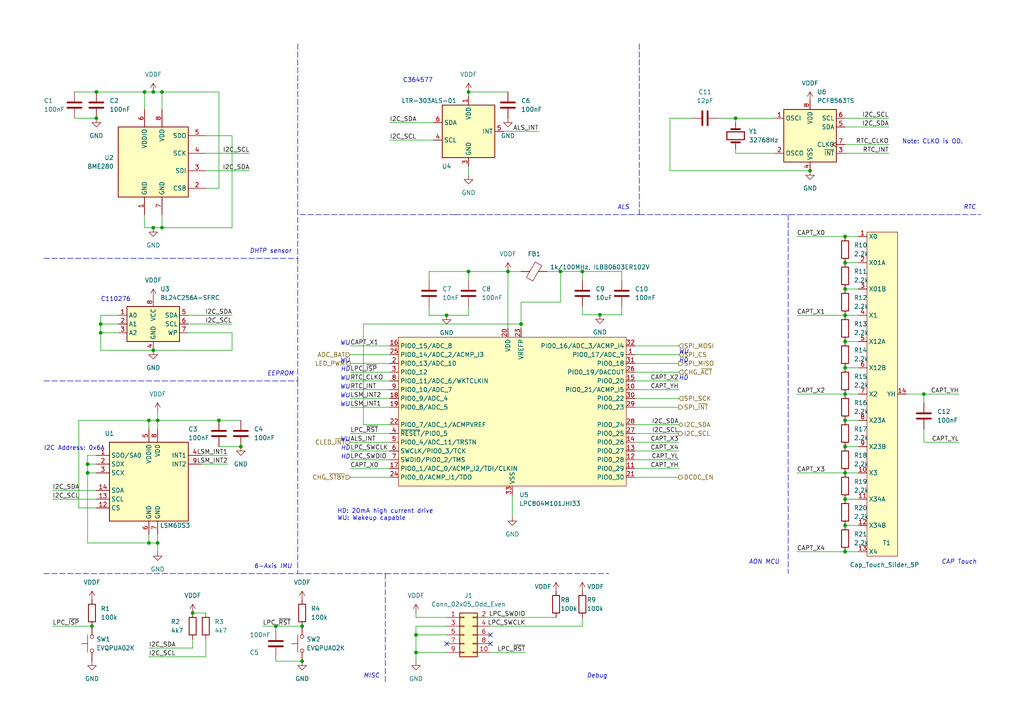
<source format=kicad_sch>
(kicad_sch (version 20211123) (generator eeschema)
  (paper "A4")
  (title_block (title "Home Sensor Tag") (rev "A0") (company "iM.Inc") (comment 1 "PRE-RELEASE"))
  (lib_symbols
    (symbol "Cap_Touch:Cap_Touch_Slider_5P"
      (property "Reference" "T" (at -29.21 -5.08 0))
      (property "Value" "Cap_Touch_Slider_5P" (at 22.86 6.35 0))
      (symbol "Cap_Touch_Slider_5P_0_0"
        (pin passive line (at -45.72 -6.35 90) (length 2.54) (name "X0") (number "1"))
        (pin passive line (at 22.86 -6.35 90) (length 2.54) (name "X3") (number "10"))
        (pin passive line (at 30.48 -6.35 90) (length 2.54) (name "X34A") (number "11"))
        (pin passive line (at 38.1 -6.35 90) (length 2.54) (name "X34B") (number "12"))
        (pin passive line (at 45.72 -6.35 90) (length 2.54) (name "X4") (number "13"))
        (pin passive line (at 0 7.62 270) (length 2.54) (name "YH") (number "14"))
        (pin passive line (at -38.1 -6.35 90) (length 2.54) (name "X01A") (number "2"))
        (pin passive line (at -30.48 -6.35 90) (length 2.54) (name "X01B") (number "3"))
        (pin passive line (at -22.86 -6.35 90) (length 2.54) (name "X1") (number "4"))
        (pin passive line (at -15.24 -6.35 90) (length 2.54) (name "X12A") (number "5"))
        (pin passive line (at -7.62 -6.35 90) (length 2.54) (name "X12B") (number "6"))
        (pin passive line (at 0 -6.35 90) (length 2.54) (name "X2") (number "7"))
        (pin passive line (at 7.62 -6.35 90) (length 2.54) (name "X23A") (number "8"))
        (pin passive line (at 15.24 -6.35 90) (length 2.54) (name "X23B") (number "9"))
      )
      (symbol "Cap_Touch_Slider_5P_0_1"
        (rectangle (start -46.99 5.08) (end 46.99 -3.81) (fill (type background)))
      )
    )
    (symbol "Connector_Generic:Conn_02x05_Odd_Even" (pin_names (offset 1.016) hide)
      (property "Reference" "J" (at 1.27 7.62 0))
      (property "Value" "Conn_02x05_Odd_Even" (at 1.27 -7.62 0))
      (symbol "Conn_02x05_Odd_Even_1_1"
        (rectangle (start -1.27 -4.953) (end 0 -5.207) (stroke (width 0.1524)))
        (rectangle (start -1.27 -2.413) (end 0 -2.667) (stroke (width 0.1524)))
        (rectangle (start -1.27 0.127) (end 0 -0.127) (stroke (width 0.1524)))
        (rectangle (start -1.27 2.667) (end 0 2.413) (stroke (width 0.1524)))
        (rectangle (start -1.27 5.207) (end 0 4.953) (stroke (width 0.1524)))
        (rectangle (start -1.27 6.35) (end 3.81 -6.35) (stroke (width 0.254)) (fill (type background)))
        (rectangle (start 3.81 -4.953) (end 2.54 -5.207) (stroke (width 0.1524)))
        (rectangle (start 3.81 -2.413) (end 2.54 -2.667) (stroke (width 0.1524)))
        (rectangle (start 3.81 0.127) (end 2.54 -0.127) (stroke (width 0.1524)))
        (rectangle (start 3.81 2.667) (end 2.54 2.413) (stroke (width 0.1524)))
        (rectangle (start 3.81 5.207) (end 2.54 4.953) (stroke (width 0.1524)))
        (pin passive line (at -5.08 5.08 0) (length 3.81) (name "Pin_1") (number "1"))
        (pin passive line (at 7.62 -5.08 180) (length 3.81) (name "Pin_10") (number "10"))
        (pin passive line (at 7.62 5.08 180) (length 3.81) (name "Pin_2") (number "2"))
        (pin passive line (at -5.08 2.54 0) (length 3.81) (name "Pin_3") (number "3"))
        (pin passive line (at 7.62 2.54 180) (length 3.81) (name "Pin_4") (number "4"))
        (pin passive line (at -5.08 0 0) (length 3.81) (name "Pin_5") (number "5"))
        (pin passive line (at 7.62 0 180) (length 3.81) (name "Pin_6") (number "6"))
        (pin passive line (at -5.08 -2.54 0) (length 3.81) (name "Pin_7") (number "7"))
        (pin passive line (at 7.62 -2.54 180) (length 3.81) (name "Pin_8") (number "8"))
        (pin passive line (at -5.08 -5.08 0) (length 3.81) (name "Pin_9") (number "9"))
      )
    )
    (symbol "Device:C" (pin_numbers hide) (pin_names (offset 0.254))
      (property "Reference" "C" (at 0.635 2.54 0))
      (property "Value" "C" (at 0.635 -2.54 0))
      (symbol "C_0_1"
        (polyline (pts (xy -2.032 -0.762) (xy 2.032 -0.762)) (stroke (width 0.508)))
        (polyline (pts (xy -2.032 0.762) (xy 2.032 0.762)) (stroke (width 0.508)))
      )
      (symbol "C_1_1"
        (pin passive line (at 0 3.81 270) (length 2.794) (name "~") (number "1"))
        (pin passive line (at 0 -3.81 90) (length 2.794) (name "~") (number "2"))
      )
    )
    (symbol "Device:Crystal" (pin_numbers hide) (pin_names (offset 1.016) hide)
      (property "Reference" "Y" (at 0 3.81 0))
      (property "Value" "Crystal" (at 0 -3.81 0))
      (symbol "Crystal_0_1"
        (rectangle (start -1.143 2.54) (end 1.143 -2.54) (stroke (width 0.3048)))
        (polyline (pts (xy -2.54 0) (xy -1.905 0)))
        (polyline (pts (xy -1.905 -1.27) (xy -1.905 1.27)) (stroke (width 0.508)))
        (polyline (pts (xy 1.905 -1.27) (xy 1.905 1.27)) (stroke (width 0.508)))
        (polyline (pts (xy 2.54 0) (xy 1.905 0)))
      )
      (symbol "Crystal_1_1"
        (pin passive line (at -3.81 0 0) (length 1.27) (name "1") (number "1"))
        (pin passive line (at 3.81 0 180) (length 1.27) (name "2") (number "2"))
      )
    )
    (symbol "Device:FerriteBead" (pin_numbers hide) (pin_names (offset 0))
      (property "Reference" "FB" (at -3.81 0.635 90))
      (property "Value" "FerriteBead" (at 3.81 0 90))
      (symbol "FerriteBead_0_1"
        (polyline (pts (xy 0 -1.27) (xy 0 -1.2192)))
        (polyline (pts (xy 0 1.27) (xy 0 1.2954)))
        (polyline (pts (xy -2.7686 0.4064) (xy -1.7018 2.2606) (xy 2.7686 -0.3048) (xy 1.6764 -2.159) (xy -2.7686 0.4064)))
      )
      (symbol "FerriteBead_1_1"
        (pin passive line (at 0 3.81 270) (length 2.54) (name "~") (number "1"))
        (pin passive line (at 0 -3.81 90) (length 2.54) (name "~") (number "2"))
      )
    )
    (symbol "Device:R" (pin_numbers hide) (pin_names (offset 0))
      (property "Reference" "R" (at 2.032 0 90))
      (property "Value" "R" (at 0 0 90))
      (symbol "R_0_1"
        (rectangle (start -1.016 -2.54) (end 1.016 2.54) (stroke (width 0.254)))
      )
      (symbol "R_1_1"
        (pin passive line (at 0 3.81 270) (length 1.27) (name "~") (number "1"))
        (pin passive line (at 0 -3.81 90) (length 1.27) (name "~") (number "2"))
      )
    )
    (symbol "MCU_NXP_LPC_Local:LPC804M101JHI33"
      (property "Reference" "U" (at -31.75 21.59 0))
      (property "Value" "LPC804M101JHI33" (at 24.13 21.59 0))
      (symbol "LPC804M101JHI33_0_0"
        (pin tri_state line (at 35.56 15.24 180) (length 2.54) (name "PIO0_17/ADC_9") (number "1"))
        (pin tri_state line (at 35.56 5.08 180) (length 2.54) (name "PIO0_21/ACMP_I5") (number "10"))
        (pin tri_state line (at 35.56 -17.78 180) (length 2.54) (name "PIO0_29") (number "11"))
        (pin tri_state line (at 35.56 -15.24 180) (length 2.54) (name "PIO0_28") (number "12"))
        (pin tri_state line (at 35.56 -12.7 180) (length 2.54) (name "PIO0_27") (number "13"))
        (pin tri_state line (at 35.56 -10.16 180) (length 2.54) (name "PIO0_26") (number "14"))
        (pin tri_state line (at 35.56 7.62 180) (length 2.54) (name "PIO0_20") (number "15"))
        (pin tri_state line (at -35.56 17.78 0) (length 2.54) (name "PIO0_15/ADC_8") (number "16"))
        (pin tri_state line (at -35.56 -17.78 0) (length 2.54) (name "PIO0_1/ADC_0/ACMP_I2/TDI/CLKIN") (number "17"))
        (pin tri_state line (at -35.56 2.54 0) (length 2.54) (name "PIO0_9/ADC_4") (number "18"))
        (pin tri_state line (at -35.56 0 0) (length 2.54) (name "PIO0_8/ADC_5") (number "19"))
        (pin tri_state line (at -35.56 12.7 0) (length 2.54) (name "PIO0_13/ADC_10") (number "2"))
        (pin power_in line (at -1.27 22.86 270) (length 2.54) (name "VDD") (number "20"))
        (pin tri_state line (at 35.56 -20.32 180) (length 2.54) (name "PIO0_30") (number "21"))
        (pin tri_state line (at -35.56 -5.08 0) (length 2.54) (name "PIO0_7/ADC_1/ACMPVREF") (number "22"))
        (pin power_in line (at 2.54 22.86 270) (length 2.54) (name "VREFP") (number "23"))
        (pin tri_state line (at -35.56 -20.32 0) (length 2.54) (name "PIO0_0/ACMP_I1/TDO") (number "24"))
        (pin tri_state line (at -35.56 15.24 0) (length 2.54) (name "PIO0_14/ADC_2/ACMP_I3") (number "25"))
        (pin tri_state line (at 35.56 10.16 180) (length 2.54) (name "PIO0_19/DACOUT") (number "26"))
        (pin tri_state line (at 35.56 -7.62 180) (length 2.54) (name "PIO0_25") (number "27"))
        (pin tri_state line (at 35.56 -5.08 180) (length 2.54) (name "PIO0_24") (number "28"))
        (pin tri_state line (at 35.56 0 180) (length 2.54) (name "PIO0_23") (number "29"))
        (pin tri_state line (at -35.56 10.16 0) (length 2.54) (name "PIO0_12") (number "3"))
        (pin tri_state line (at 35.56 2.54 180) (length 2.54) (name "PIO0_22") (number "30"))
        (pin tri_state line (at 35.56 12.7 180) (length 2.54) (name "PIO0_18") (number "31"))
        (pin tri_state line (at 35.56 17.78 180) (length 2.54) (name "PIO0_16/ADC_3/ACMP_I4") (number "32"))
        (pin power_in line (at 0 -25.4 90) (length 2.54) (name "VSS") (number "33"))
        (pin tri_state line (at -35.56 -7.62 0) (length 2.54) (name "~{RESET}/PIO0_5") (number "4"))
        (pin tri_state line (at -35.56 -10.16 0) (length 2.54) (name "PIO0_4/ADC_11/TRSTN") (number "5"))
        (pin tri_state line (at -35.56 -12.7 0) (length 2.54) (name "SWCLK/PIO0_3/TCK") (number "6"))
        (pin tri_state line (at -35.56 -15.24 0) (length 2.54) (name "SWDIO/PIO0_2/TMS") (number "7"))
        (pin tri_state line (at -35.56 7.62 0) (length 2.54) (name "PIO0_11/ADC_6/WKTCLKIN") (number "8"))
        (pin tri_state line (at -35.56 5.08 0) (length 2.54) (name "PIO0_10/ADC_7") (number "9"))
      )
      (symbol "LPC804M101JHI33_0_1"
        (rectangle (start -33.02 20.32) (end 33.02 -22.86) (fill (type background)))
      )
    )
    (symbol "Memory_EEPROM:CAT24C256"
      (property "Reference" "U" (at -6.35 6.35 0))
      (property "Value" "CAT24C256" (at 1.27 6.35 0))
      (symbol "CAT24C256_1_1"
        (rectangle (start -7.62 5.08) (end 7.62 -5.08) (stroke (width 0.254)) (fill (type background)))
        (pin input line (at -10.16 2.54 0) (length 2.54) (name "A0") (number "1"))
        (pin input line (at -10.16 0 0) (length 2.54) (name "A1") (number "2"))
        (pin input line (at -10.16 -2.54 0) (length 2.54) (name "A2") (number "3"))
        (pin power_in line (at 0 -7.62 90) (length 2.54) (name "GND") (number "4"))
        (pin bidirectional line (at 10.16 2.54 180) (length 2.54) (name "SDA") (number "5"))
        (pin input line (at 10.16 0 180) (length 2.54) (name "SCL") (number "6"))
        (pin input line (at 10.16 -2.54 180) (length 2.54) (name "WP") (number "7"))
        (pin power_in line (at 0 7.62 270) (length 2.54) (name "VCC") (number "8"))
      )
    )
    (symbol "Sensor:BME280"
      (property "Reference" "U" (at -8.89 11.43 0))
      (property "Value" "BME280" (at 7.62 11.43 0))
      (symbol "BME280_0_1"
        (rectangle (start -10.16 10.16) (end 10.16 -10.16) (stroke (width 0.254)) (fill (type background)))
      )
      (symbol "BME280_1_1"
        (pin power_in line (at -2.54 -15.24 90) (length 5.08) (name "GND") (number "1"))
        (pin input line (at 15.24 -7.62 180) (length 5.08) (name "CSB") (number "2"))
        (pin bidirectional line (at 15.24 -2.54 180) (length 5.08) (name "SDI") (number "3"))
        (pin input line (at 15.24 2.54 180) (length 5.08) (name "SCK") (number "4"))
        (pin bidirectional line (at 15.24 7.62 180) (length 5.08) (name "SDO") (number "5"))
        (pin power_in line (at -2.54 15.24 270) (length 5.08) (name "VDDIO") (number "6"))
        (pin power_in line (at 2.54 -15.24 90) (length 5.08) (name "GND") (number "7"))
        (pin power_in line (at 2.54 15.24 270) (length 5.08) (name "VDD") (number "8"))
      )
    )
    (symbol "Sensor_Motion:LSM6DS3"
      (property "Reference" "U" (at -11.43 15.24 0))
      (property "Value" "LSM6DS3" (at -11.43 12.7 0))
      (symbol "LSM6DS3_0_1"
        (rectangle (start 11.43 11.43) (end -11.43 -11.43) (stroke (width 0.254)) (fill (type background)))
      )
      (symbol "LSM6DS3_1_1"
        (pin bidirectional line (at -15.24 7.62 0) (length 3.81) (name "SDO/SA0") (number "1"))
        (pin no_connect line (at 10.16 -5.08 180) (length 3.81) hide (name "NC") (number "10"))
        (pin no_connect line (at 10.16 -2.54 180) (length 3.81) hide (name "NC") (number "11"))
        (pin input line (at -15.24 -7.62 0) (length 3.81) (name "CS") (number "12"))
        (pin input line (at -15.24 -5.08 0) (length 3.81) (name "SCL") (number "13"))
        (pin bidirectional line (at -15.24 -2.54 0) (length 3.81) (name "SDA") (number "14"))
        (pin bidirectional line (at -15.24 5.08 0) (length 3.81) (name "SDX") (number "2"))
        (pin input line (at -15.24 2.54 0) (length 3.81) (name "SCX") (number "3"))
        (pin output line (at 15.24 7.62 180) (length 3.81) (name "INT1") (number "4"))
        (pin power_in line (at 0 15.24 270) (length 3.81) (name "VDDIO") (number "5"))
        (pin power_in line (at 0 -15.24 90) (length 3.81) (name "GND") (number "6"))
        (pin power_in line (at 2.54 -15.24 90) (length 3.81) (name "GND") (number "7"))
        (pin power_in line (at 2.54 15.24 270) (length 3.81) (name "VDD") (number "8"))
        (pin output line (at 15.24 5.08 180) (length 3.81) (name "INT2") (number "9"))
      )
    )
    (symbol "Sensor_Optical:LTR-303ALS-01"
      (property "Reference" "U" (at -7.62 8.89 0))
      (property "Value" "LTR-303ALS-01" (at 1.27 8.89 0))
      (symbol "LTR-303ALS-01_0_1"
        (rectangle (start -7.62 7.62) (end 7.62 -7.62) (stroke (width 0.254)) (fill (type background)))
      )
      (symbol "LTR-303ALS-01_1_1"
        (pin power_in line (at 0 10.16 270) (length 2.54) (name "VDD") (number "1"))
        (pin no_connect line (at 2.54 0 180) (length 2.54) hide (name "NC") (number "2"))
        (pin power_in line (at 0 -10.16 90) (length 2.54) (name "GND") (number "3"))
        (pin input line (at -10.16 -2.54 0) (length 2.54) (name "SCL") (number "4"))
        (pin open_collector line (at 10.16 0 180) (length 2.54) (name "INT") (number "5"))
        (pin bidirectional line (at -10.16 2.54 0) (length 2.54) (name "SDA") (number "6"))
      )
    )
    (symbol "Switch:SW_Push" (pin_numbers hide) (pin_names (offset 1.016) hide)
      (property "Reference" "SW" (at 1.27 2.54 0))
      (property "Value" "SW_Push" (at 0 -1.524 0))
      (symbol "SW_Push_0_1"
        (circle (center -2.032 0) (radius 0.508))
        (polyline (pts (xy 0 1.27) (xy 0 3.048)))
        (polyline (pts (xy 2.54 1.27) (xy -2.54 1.27)))
        (circle (center 2.032 0) (radius 0.508))
        (pin passive line (at -5.08 0 0) (length 2.54) (name "1") (number "1"))
        (pin passive line (at 5.08 0 180) (length 2.54) (name "2") (number "2"))
      )
    )
    (symbol "Timer_RTC:PCF8563TS"
      (property "Reference" "U" (at -7.62 8.89 0))
      (property "Value" "PCF8563TS" (at 2.54 8.89 0))
      (symbol "PCF8563TS_0_1"
        (rectangle (start -7.62 7.62) (end 7.62 -7.62) (stroke (width 0.254)) (fill (type background)))
      )
      (symbol "PCF8563TS_1_1"
        (pin input line (at -10.16 5.08 0) (length 2.54) (name "OSCI") (number "1"))
        (pin output line (at -10.16 -5.08 0) (length 2.54) (name "OSCO") (number "2"))
        (pin output line (at 10.16 -5.08 180) (length 2.54) (name "~{INT}") (number "3"))
        (pin power_in line (at 0 -10.16 90) (length 2.54) (name "VSS") (number "4"))
        (pin bidirectional line (at 10.16 2.54 180) (length 2.54) (name "SDA") (number "5"))
        (pin input line (at 10.16 5.08 180) (length 2.54) (name "SCL") (number "6"))
        (pin output clock (at 10.16 -2.54 180) (length 2.54) (name "CLKO") (number "7"))
        (pin power_in line (at 0 10.16 270) (length 2.54) (name "VDD") (number "8"))
      )
    )
    (symbol "power:GND" (power) (pin_names (offset 0))
      (property "Value" "GND" (at 0 -3.81 0))
      (symbol "GND_0_1"
        (polyline (pts (xy 0 0) (xy 0 -1.27) (xy 1.27 -1.27) (xy 0 -2.54) (xy -1.27 -1.27) (xy 0 -1.27)))
      )
      (symbol "GND_1_1"
        (pin power_in line (at 0 0 270) (length 0) hide (name "GND") (number "1"))
      )
    )
    (symbol "power:VDDF" (power) (pin_names (offset 0))
      (property "Value" "VDDF" (at 0 3.81 0))
      (symbol "VDDF_0_1"
        (polyline (pts (xy -0.762 1.27) (xy 0 2.54)))
        (polyline (pts (xy 0 0) (xy 0 2.54)))
        (polyline (pts (xy 0 2.54) (xy 0.762 1.27)))
      )
      (symbol "VDDF_1_1"
        (pin power_in line (at 0 0 90) (length 0) hide (name "VDDF") (number "1"))
      )
    )
  )
  (junction (at 267.97 114.3))
  (junction (at 245.11 68.58))
  (junction (at 80.01 181.61))
  (junction (at 120.65 184.15))
  (junction (at 245.11 152.4))
  (junction (at 27.94 34.29))
  (junction (at 245.11 144.78))
  (junction (at 87.63 181.61))
  (junction (at 135.89 78.74))
  (junction (at 46.99 66.04))
  (junction (at 69.85 129.54))
  (junction (at 213.36 34.29))
  (junction (at 26.67 181.61))
  (junction (at 245.11 129.54))
  (junction (at 245.11 83.82))
  (junction (at 234.95 49.53))
  (junction (at 162.56 78.74))
  (junction (at 44.45 101.6))
  (junction (at 44.45 66.04))
  (junction (at 46.99 26.67))
  (junction (at 245.11 91.44))
  (junction (at 245.11 76.2))
  (junction (at 173.99 91.2961))
  (junction (at 245.11 99.06))
  (junction (at 25.4 134.62))
  (junction (at 55.88 177.8))
  (junction (at 25.4 137.16))
  (junction (at 245.11 114.3))
  (junction (at 29.21 96.52))
  (junction (at 44.45 26.67))
  (junction (at 43.18 157.48))
  (junction (at 87.63 191.77))
  (junction (at 45.72 157.48))
  (junction (at 245.11 106.68))
  (junction (at 151.13 93.98))
  (junction (at 147.32 78.74))
  (junction (at 245.11 160.02))
  (junction (at 41.91 26.67))
  (junction (at 43.18 121.92))
  (junction (at 45.72 121.92))
  (junction (at 27.94 26.67))
  (junction (at 63.5 121.92))
  (junction (at 129.54 91.44))
  (junction (at 245.11 121.92))
  (junction (at 245.11 137.16))
  (junction (at 29.21 93.98))
  (junction (at 168.91 78.74))
  (junction (at 120.65 189.23))
  (junction (at 135.89 26.67))
  (no_connect (at 129.54 186.69))
  (no_connect (at 142.24 186.69))
  (no_connect (at 142.24 184.15))
  (wire (pts (xy 59.69 54.61) (xy 63.5 54.61)))
  (wire (pts (xy 22.86 121.92) (xy 43.18 121.92)))
  (wire (pts (xy 55.88 177.8) (xy 59.69 177.8)))
  (wire (pts (xy 180.34 88.9) (xy 180.34 91.2961)))
  (wire (pts (xy 267.97 114.3) (xy 267.97 116.84)))
  (wire (pts (xy 67.31 66.04) (xy 46.99 66.04)))
  (wire (pts (xy 46.99 31.75) (xy 46.99 26.67)))
  (wire (pts (xy 54.61 91.44) (xy 67.31 91.44)))
  (wire (pts (xy 63.5 54.61) (xy 63.5 26.67)))
  (wire (pts (xy 55.88 187.96) (xy 43.18 187.96)))
  (wire (pts (xy 101.6 128.27) (xy 113.03 128.27)))
  (wire (pts (xy 58.42 132.08) (xy 66.04 132.08)))
  (wire (pts (xy 129.54 91.44) (xy 124.46 91.44)))
  (wire (pts (xy 45.72 121.92) (xy 63.5 121.92)))
  (wire (pts (xy 146.05 38.1) (xy 156.21 38.1)))
  (wire (pts (xy 63.5 129.54) (xy 69.85 129.54)))
  (wire (pts (xy 151.13 93.98) (xy 151.13 95.25)))
  (wire (pts (xy 59.69 44.45) (xy 72.39 44.45)))
  (wire (pts (xy 54.61 96.52) (xy 67.31 96.52)))
  (wire (pts (xy 245.11 76.2) (xy 248.92 76.2)))
  (wire (pts (xy 267.97 124.46) (xy 267.97 128.27)))
  (wire (pts (xy 213.36 34.29) (xy 224.79 34.29)))
  (wire (pts (xy 184.15 102.87) (xy 196.85 102.87)))
  (wire (pts (xy 151.13 78.74) (xy 147.32 78.74)))
  (wire (pts (xy 120.65 177.8) (xy 120.65 179.07)))
  (wire (pts (xy 21.59 26.67) (xy 27.94 26.67)))
  (wire (pts (xy 101.6 113.03) (xy 113.03 113.03)))
  (wire (pts (xy 245.11 129.54) (xy 248.92 129.54)))
  (wire (pts (xy 278.13 114.3) (xy 267.97 114.3)))
  (wire (pts (xy 184.15 118.11) (xy 196.85 118.11)))
  (polyline (pts (xy 12.7 166.37) (xy 86.36 166.37)))
  (wire (pts (xy 101.6 125.73) (xy 113.03 125.73)))
  (wire (pts (xy 168.91 78.74) (xy 168.91 81.28)))
  (wire (pts (xy 245.11 41.91) (xy 257.81 41.91)))
  (wire (pts (xy 101.6 133.35) (xy 113.03 133.35)))
  (wire (pts (xy 180.34 91.2961) (xy 173.99 91.2961)))
  (wire (pts (xy 245.11 121.92) (xy 248.92 121.92)))
  (wire (pts (xy 59.69 49.53) (xy 72.39 49.53)))
  (wire (pts (xy 45.72 157.48) (xy 45.72 160.02)))
  (wire (pts (xy 135.89 26.67) (xy 147.32 26.67)))
  (wire (pts (xy 135.89 91.44) (xy 129.54 91.44)))
  (wire (pts (xy 120.65 181.61) (xy 120.65 184.15)))
  (wire (pts (xy 124.46 91.44) (xy 124.46 88.9)))
  (wire (pts (xy 180.34 78.74) (xy 180.34 81.28)))
  (wire (pts (xy 120.65 184.15) (xy 120.65 189.23)))
  (wire (pts (xy 46.99 62.23) (xy 46.99 66.04)))
  (wire (pts (xy 245.11 34.29) (xy 257.81 34.29)))
  (wire (pts (xy 101.6 110.49) (xy 113.03 110.49)))
  (wire (pts (xy 29.21 93.98) (xy 34.29 93.98)))
  (wire (pts (xy 184.15 130.81) (xy 196.85 130.81)))
  (wire (pts (xy 245.11 83.82) (xy 248.92 83.82)))
  (wire (pts (xy 135.89 78.74) (xy 147.32 78.74)))
  (wire (pts (xy 194.31 49.53) (xy 234.95 49.53)))
  (wire (pts (xy 21.59 34.29) (xy 27.94 34.29)))
  (wire (pts (xy 29.21 96.52) (xy 34.29 96.52)))
  (polyline (pts (xy 185.42 62.23) (xy 284.48 62.23)))
  (wire (pts (xy 125.73 35.56) (xy 113.03 35.56)))
  (wire (pts (xy 101.6 102.87) (xy 113.03 102.87)))
  (wire (pts (xy 67.31 96.52) (xy 67.31 101.6)))
  (wire (pts (xy 101.6 105.41) (xy 113.03 105.41)))
  (wire (pts (xy 22.86 147.32) (xy 22.86 121.92)))
  (wire (pts (xy 113.03 123.19) (xy 105.41 123.19)))
  (wire (pts (xy 142.24 181.61) (xy 168.91 181.61)))
  (polyline (pts (xy 132.08 62.23) (xy 86.36 62.23)))
  (wire (pts (xy 245.11 160.02) (xy 248.92 160.02)))
  (wire (pts (xy 43.18 121.92) (xy 45.72 121.92)))
  (wire (pts (xy 151.13 87.63) (xy 151.13 93.98)))
  (wire (pts (xy 67.31 39.37) (xy 67.31 66.04)))
  (polyline (pts (xy 86.36 166.37) (xy 111.76 166.37)))
  (wire (pts (xy 43.18 190.5) (xy 59.69 190.5)))
  (wire (pts (xy 120.65 189.23) (xy 129.54 189.23)))
  (wire (pts (xy 162.56 87.63) (xy 162.56 78.74)))
  (wire (pts (xy 27.94 142.24) (xy 15.24 142.24)))
  (polyline (pts (xy 111.76 166.37) (xy 111.76 198.12)))
  (polyline (pts (xy 228.6 62.23) (xy 228.6 166.37)))
  (wire (pts (xy 120.65 184.15) (xy 129.54 184.15)))
  (wire (pts (xy 245.11 114.3) (xy 248.92 114.3)))
  (wire (pts (xy 27.94 26.67) (xy 41.91 26.67)))
  (wire (pts (xy 101.6 135.89) (xy 113.03 135.89)))
  (wire (pts (xy 67.31 101.6) (xy 44.45 101.6)))
  (wire (pts (xy 148.59 143.51) (xy 148.59 149.86)))
  (wire (pts (xy 101.6 100.33) (xy 113.03 100.33)))
  (wire (pts (xy 29.21 93.98) (xy 29.21 96.52)))
  (wire (pts (xy 29.21 101.6) (xy 44.45 101.6)))
  (wire (pts (xy 25.4 132.08) (xy 27.94 132.08)))
  (wire (pts (xy 101.6 107.95) (xy 113.03 107.95)))
  (wire (pts (xy 245.11 68.58) (xy 248.92 68.58)))
  (wire (pts (xy 245.11 36.83) (xy 257.81 36.83)))
  (wire (pts (xy 158.75 78.74) (xy 162.56 78.74)))
  (wire (pts (xy 45.72 119.38) (xy 45.72 121.92)))
  (wire (pts (xy 25.4 134.62) (xy 25.4 137.16)))
  (wire (pts (xy 59.69 185.42) (xy 59.69 190.5)))
  (wire (pts (xy 231.14 160.02) (xy 245.11 160.02)))
  (wire (pts (xy 101.6 115.57) (xy 113.03 115.57)))
  (wire (pts (xy 27.94 144.78) (xy 15.24 144.78)))
  (wire (pts (xy 29.21 91.44) (xy 29.21 93.98)))
  (polyline (pts (xy 12.7 110.49) (xy 86.36 110.49)))
  (wire (pts (xy 63.5 121.92) (xy 69.85 121.92)))
  (wire (pts (xy 43.18 157.48) (xy 45.72 157.48)))
  (wire (pts (xy 213.36 44.45) (xy 224.79 44.45)))
  (wire (pts (xy 58.42 134.62) (xy 66.04 134.62)))
  (wire (pts (xy 151.13 87.63) (xy 162.56 87.63)))
  (wire (pts (xy 54.61 93.98) (xy 67.31 93.98)))
  (wire (pts (xy 129.54 181.61) (xy 120.65 181.61)))
  (wire (pts (xy 147.32 78.74) (xy 147.32 95.25)))
  (wire (pts (xy 231.14 68.58) (xy 245.11 68.58)))
  (wire (pts (xy 101.6 138.43) (xy 113.03 138.43)))
  (polyline (pts (xy 86.36 110.49) (xy 86.36 166.37)))
  (polyline (pts (xy 86.36 12.7) (xy 86.36 74.93)))
  (wire (pts (xy 231.14 114.3) (xy 245.11 114.3)))
  (wire (pts (xy 105.41 93.98) (xy 151.13 93.98)))
  (wire (pts (xy 25.4 157.48) (xy 43.18 157.48)))
  (polyline (pts (xy 185.42 12.7) (xy 185.42 62.23)))
  (wire (pts (xy 142.24 179.07) (xy 161.29 179.07)))
  (wire (pts (xy 25.4 137.16) (xy 27.94 137.16)))
  (wire (pts (xy 213.36 43.18) (xy 213.36 44.45)))
  (wire (pts (xy 245.11 99.06) (xy 248.92 99.06)))
  (wire (pts (xy 231.14 91.44) (xy 245.11 91.44)))
  (wire (pts (xy 184.15 113.03) (xy 196.85 113.03)))
  (wire (pts (xy 63.5 26.67) (xy 46.99 26.67)))
  (wire (pts (xy 184.15 105.41) (xy 196.85 105.41)))
  (wire (pts (xy 135.89 26.67) (xy 135.89 27.94)))
  (polyline (pts (xy 86.36 74.93) (xy 86.36 110.49)))
  (wire (pts (xy 196.85 115.57) (xy 184.15 115.57)))
  (wire (pts (xy 59.69 39.37) (xy 67.31 39.37)))
  (wire (pts (xy 55.88 185.42) (xy 55.88 187.96)))
  (wire (pts (xy 29.21 96.52) (xy 29.21 101.6)))
  (wire (pts (xy 245.11 137.16) (xy 248.92 137.16)))
  (polyline (pts (xy 12.7 74.93) (xy 86.36 74.93)))
  (wire (pts (xy 45.72 121.92) (xy 45.72 124.46)))
  (wire (pts (xy 162.56 78.74) (xy 168.91 78.74)))
  (wire (pts (xy 27.94 147.32) (xy 22.86 147.32)))
  (wire (pts (xy 142.24 189.23) (xy 152.4 189.23)))
  (wire (pts (xy 45.72 154.94) (xy 45.72 157.48)))
  (wire (pts (xy 245.11 152.4) (xy 248.92 152.4)))
  (wire (pts (xy 135.89 48.26) (xy 135.89 50.8)))
  (wire (pts (xy 124.46 81.28) (xy 124.46 78.74)))
  (wire (pts (xy 245.11 144.78) (xy 248.92 144.78)))
  (wire (pts (xy 101.6 130.81) (xy 113.03 130.81)))
  (wire (pts (xy 41.91 31.75) (xy 41.91 26.67)))
  (wire (pts (xy 173.99 91.2961) (xy 168.91 91.2961)))
  (wire (pts (xy 184.15 123.19) (xy 196.85 123.19)))
  (wire (pts (xy 80.01 191.77) (xy 87.63 191.77)))
  (polyline (pts (xy 132.08 62.23) (xy 185.42 62.23)))
  (wire (pts (xy 278.13 128.27) (xy 267.97 128.27)))
  (wire (pts (xy 25.4 132.08) (xy 25.4 134.62)))
  (wire (pts (xy 27.94 134.62) (xy 25.4 134.62)))
  (wire (pts (xy 43.18 154.94) (xy 43.18 157.48)))
  (wire (pts (xy 168.91 179.07) (xy 168.91 181.61)))
  (wire (pts (xy 135.89 78.74) (xy 135.89 81.28)))
  (wire (pts (xy 76.2 181.61) (xy 80.01 181.61)))
  (wire (pts (xy 184.15 128.27) (xy 196.85 128.27)))
  (wire (pts (xy 135.89 88.9) (xy 135.89 91.44)))
  (wire (pts (xy 41.91 26.67) (xy 44.45 26.67)))
  (wire (pts (xy 231.14 137.16) (xy 245.11 137.16)))
  (wire (pts (xy 184.15 107.95) (xy 196.85 107.95)))
  (wire (pts (xy 208.28 34.29) (xy 213.36 34.29)))
  (wire (pts (xy 200.66 34.29) (xy 194.31 34.29)))
  (wire (pts (xy 124.46 78.74) (xy 135.89 78.74)))
  (wire (pts (xy 184.15 133.35) (xy 196.85 133.35)))
  (wire (pts (xy 245.11 106.68) (xy 248.92 106.68)))
  (wire (pts (xy 46.99 26.67) (xy 44.45 26.67)))
  (wire (pts (xy 184.15 100.33) (xy 196.85 100.33)))
  (wire (pts (xy 15.24 181.61) (xy 26.67 181.61)))
  (wire (pts (xy 184.15 138.43) (xy 196.85 138.43)))
  (wire (pts (xy 46.99 66.04) (xy 44.45 66.04)))
  (wire (pts (xy 245.11 44.45) (xy 257.81 44.45)))
  (wire (pts (xy 80.01 181.61) (xy 87.63 181.61)))
  (wire (pts (xy 120.65 179.07) (xy 129.54 179.07)))
  (polyline (pts (xy 111.76 166.37) (xy 176.53 166.37)))
  (wire (pts (xy 125.73 40.64) (xy 113.03 40.64)))
  (wire (pts (xy 262.89 114.3) (xy 267.97 114.3)))
  (wire (pts (xy 168.91 91.2961) (xy 168.91 88.9)))
  (wire (pts (xy 41.91 66.04) (xy 44.45 66.04)))
  (wire (pts (xy 194.31 34.29) (xy 194.31 49.53)))
  (wire (pts (xy 80.01 181.61) (xy 80.01 182.88)))
  (wire (pts (xy 184.15 135.89) (xy 196.85 135.89)))
  (wire (pts (xy 25.4 137.16) (xy 25.4 157.48)))
  (wire (pts (xy 101.6 118.11) (xy 113.03 118.11)))
  (wire (pts (xy 184.15 125.73) (xy 196.85 125.73)))
  (wire (pts (xy 213.36 35.56) (xy 213.36 34.29)))
  (wire (pts (xy 41.91 62.23) (xy 41.91 66.04)))
  (wire (pts (xy 184.15 110.49) (xy 196.85 110.49)))
  (wire (pts (xy 245.11 91.44) (xy 248.92 91.44)))
  (wire (pts (xy 34.29 91.44) (xy 29.21 91.44)))
  (wire (pts (xy 105.41 93.98) (xy 105.41 123.19)))
  (wire (pts (xy 43.18 124.46) (xy 43.18 121.92)))
  (wire (pts (xy 80.01 190.5) (xy 80.01 191.77)))
  (wire (pts (xy 168.91 78.74) (xy 180.34 78.74)))
  (wire (pts (xy 120.65 189.23) (xy 120.65 191.77)))
  (text "WU" (at 101.6 115.57 180) (effects (font (size 1.27 1.27) italic) (justify right bottom)))
  (text "WU" (at 196.85 102.87 0) (effects (font (size 1.27 1.27) italic) (justify left bottom)))
  (text "6-Axis IMU" (at 73.66 165.1 0) (effects (font (size 1.27 1.27) italic) (justify left bottom)))
  (text "HD" (at 196.85 105.41 0) (effects (font (size 1.27 1.27) italic) (justify left bottom)))
  (text "AON MCU" (at 217.17 163.83 0) (effects (font (size 1.27 1.27) italic) (justify left bottom)))
  (text "RTC" (at 279.4 60.96 0) (effects (font (size 1.27 1.27) italic) (justify left bottom)))
  (text "CAP Touch" (at 273.05 163.83 0) (effects (font (size 1.27 1.27) italic) (justify left bottom)))
  (text "I2C Address: 0x6A" (at 12.7 130.81 0) (effects (font (size 1.27 1.27)) (justify left bottom)))
  (text "HD" (at 101.6 133.35 180) (effects (font (size 1.27 1.27) italic) (justify right bottom)))
  (text "WU" (at 101.6 113.03 180) (effects (font (size 1.27 1.27) italic) (justify right bottom)))
  (text "HD" (at 196.85 110.49 0) (effects (font (size 1.27 1.27) italic) (justify left bottom)))
  (text "DHTP sensor" (at 72.39 73.66 0) (effects (font (size 1.27 1.27) italic) (justify left bottom)))
  (text "WU" (at 101.6 105.41 180) (effects (font (size 1.27 1.27) italic) (justify right bottom)))
  (text "C110276" (at 29.21 87.63 0) (effects (font (size 1.27 1.27)) (justify left bottom)))
  (text "WU" (at 101.6 100.33 180) (effects (font (size 1.27 1.27) italic) (justify right bottom)))
  (text "WU" (at 101.6 110.49 180) (effects (font (size 1.27 1.27) italic) (justify right bottom)))
  (text "WU" (at 101.6 128.27 180) (effects (font (size 1.27 1.27) italic) (justify right bottom)))
  (text "EEPROM" (at 77.47 109.22 0) (effects (font (size 1.27 1.27) italic) (justify left bottom)))
  (text "WU" (at 101.6 118.11 180) (effects (font (size 1.27 1.27) italic) (justify right bottom)))
  (text "Note: CLKO is OD." (at 261.62 41.91 0) (effects (font (size 1.27 1.27)) (justify left bottom)))
  (text "HD" (at 101.6 107.95 180) (effects (font (size 1.27 1.27) italic) (justify right bottom)))
  (text "ALS" (at 179.07 60.96 0) (effects (font (size 1.27 1.27) italic) (justify left bottom)))
  (text "C364577" (at 116.84 24.13 0) (effects (font (size 1.27 1.27)) (justify left bottom)))
  (text "MISC" (at 105.41 196.85 0) (effects (font (size 1.27 1.27) italic) (justify left bottom)))
  (text "Debug" (at 170.18 196.85 0) (effects (font (size 1.27 1.27) italic) (justify left bottom)))
  (text "HD: 20mA high current drive\nWU: Wakeup capable" (at 97.79 151.13 0) (effects (font (size 1.27 1.27)) (justify left bottom)))
  (text "HD" (at 101.6 130.81 180) (effects (font (size 1.27 1.27) italic) (justify right bottom)))
  (label "CAPT_X3" (at 196.85 128.27 180))
  (label "I2C_SCL" (at 43.18 190.5 0))
  (label "CAPT_YH" (at 196.85 135.89 180))
  (label "CAPT_X1" (at 101.6 100.33 0))
  (label "CAPT_YL" (at 196.85 133.35 180))
  (label "ALS_INT" (at 101.6 128.27 0))
  (label "I2C_SCL" (at 67.31 93.98 180))
  (label "LPC_SWDIO" (at 152.4 179.07 180))
  (label "LPC_~{RST}" (at 76.2 181.61 0))
  (label "CAPT_X2" (at 196.85 110.49 180))
  (label "CAPT_YH" (at 196.85 113.03 180))
  (label "LPC_SWCLK" (at 101.6 130.81 0))
  (label "I2C_SCL" (at 113.03 40.64 0))
  (label "I2C_SCL" (at 257.81 34.29 180))
  (label "I2C_SDA" (at 113.03 35.56 0))
  (label "I2C_SCL" (at 72.39 44.45 180))
  (label "I2C_SDA" (at 257.81 36.83 180))
  (label "LPC_~{ISP}" (at 101.6 107.95 0))
  (label "I2C_SCL" (at 196.85 125.73 180))
  (label "LPC_~{ISP}" (at 15.24 181.61 0))
  (label "I2C_SDA" (at 67.31 91.44 180))
  (label "I2C_SDA" (at 72.39 49.53 180))
  (label "CAPT_X3" (at 231.14 137.16 0))
  (label "CAPT_X1" (at 231.14 91.44 0))
  (label "CAPT_X4" (at 231.14 160.02 0))
  (label "LSM_INT1" (at 101.6 118.11 0))
  (label "I2C_SDA" (at 15.24 142.24 0))
  (label "I2C_SDA" (at 43.18 187.96 0))
  (label "LPC_SWCLK" (at 152.4 181.61 180))
  (label "LSM_INT1" (at 66.04 132.08 180))
  (label "LSM_INT2" (at 101.6 115.57 0))
  (label "CAPT_X0" (at 101.6 135.89 0))
  (label "LPC_~{RST}" (at 152.4 189.23 180))
  (label "RTC_CLKO" (at 257.81 41.91 180))
  (label "LSM_INT2" (at 66.04 134.62 180))
  (label "CAPT_YH" (at 278.13 114.3 180))
  (label "CAPT_X0" (at 231.14 68.58 0))
  (label "I2C_SDA" (at 196.85 123.19 180))
  (label "LPC_~{RST}" (at 101.6 125.73 0))
  (label "RTC_INT" (at 101.6 113.03 0))
  (label "ALS_INT" (at 156.21 38.1 180))
  (label "CAPT_YL" (at 278.13 128.27 180))
  (label "CAPT_X2" (at 231.14 114.3 0))
  (label "I2C_SCL" (at 15.24 144.78 0))
  (label "RTC_CLKO" (at 101.6 110.49 0))
  (label "CAPT_X4" (at 196.85 130.81 180))
  (label "LPC_SWDIO" (at 101.6 133.35 0))
  (label "RTC_INT" (at 257.81 44.45 180))
  (hierarchical_label "SPI_SCK" (shape input) (at 196.85 115.57 0))
  (hierarchical_label "SPI_MOSI" (shape input) (at 196.85 100.33 0))
  (hierarchical_label "I2C_SDA" (shape tri_state) (at 196.85 123.19 0))
  (hierarchical_label "SPI_CS" (shape input) (at 196.85 102.87 0))
  (hierarchical_label "SPI_~{INT}" (shape output) (at 196.85 118.11 0))
  (hierarchical_label "CLED_~{INT}" (shape input) (at 101.6 128.27 180))
  (hierarchical_label "CHG_~{ACT}" (shape input) (at 196.85 107.95 0))
  (hierarchical_label "LED_PWM" (shape output) (at 101.6 105.41 180))
  (hierarchical_label "ADC_BAT" (shape input) (at 101.6 102.87 180))
  (hierarchical_label "SPI_MISO" (shape output) (at 196.85 105.41 0))
  (hierarchical_label "CHG_~{STBY}" (shape input) (at 101.6 138.43 180))
  (hierarchical_label "I2C_SCL" (shape output) (at 196.85 125.73 0))
  (hierarchical_label "DCDC_EN" (shape output) (at 196.85 138.43 0))
  (symbol (lib_id "power:VDDF") (at 55.88 177.8 0) (unit 1)
    (property "Reference" "#PWR0117" (effects hide))
    (property "Value" "VDDF" (at 55.88 172.72 0))
  )
  (symbol (lib_id "Sensor_Motion:LSM6DS3") (at 43.18 139.7 0) (unit 1)
    (property "Reference" "U1" (at 31.75 125.73 0))
    (property "Value" "LSM6DS3" (at 50.8 152.4 0))
    (property "Footprint" "Package_LGA:LGA-14_3x2.5mm_P0.5mm_LayoutBorder3x4y" (effects hide))
    (property "Datasheet" "www.st.com/resource/en/datasheet/lsm6ds3.pdf" (effects hide))
  )
  (symbol (lib_id "Device:C") (at 124.46 85.09 0) (unit 1)
    (property "Reference" "C7" (at 128.27 83.8199 0) (effects (justify left)))
    (property "Value" "10nF" (at 128.27 86.3599 0) (effects (justify left)))
    (property "Footprint" "Capacitor_SMD:C_0402_1005Metric" (effects hide))
  )
  (symbol (lib_id "Device:FerriteBead") (at 154.94 78.74 90) (unit 1)
    (property "Reference" "FB1" (at 154.94 73.66 90))
    (property "Value" "1k/100MHz, ILBB0603ER102V" (at 173.99 77.47 90))
    (property "Footprint" "Inductor_SMD:L_0603_1608Metric" (effects hide))
  )
  (symbol (lib_id "Device:R") (at 55.88 181.61 0) (unit 1)
    (property "Reference" "R2" (at 49.53 180.34 0) (effects (justify left)))
    (property "Value" "4k7" (at 49.53 182.88 0) (effects (justify left)))
    (property "Footprint" "Resistor_SMD:R_0402_1005Metric" (effects hide))
  )
  (symbol (lib_id "Device:R") (at 245.11 133.35 0) (unit 1)
    (property "Reference" "R18" (at 247.65 132.0799 0) (effects (justify left)))
    (property "Value" "2.2k" (at 247.65 134.6199 0) (effects (justify left)))
    (property "Footprint" "Resistor_SMD:R_0402_1005Metric" (effects hide))
  )
  (symbol (lib_id "power:GND") (at 148.59 149.86 0) (unit 1)
    (property "Reference" "#PWR0113" (effects hide))
    (property "Value" "GND" (at 148.59 154.94 0))
  )
  (symbol (lib_id "power:VDDF") (at 147.32 78.74 0) (unit 1)
    (property "Reference" "#PWR0112" (effects hide))
    (property "Value" "VDDF" (at 147.32 73.66 0))
  )
  (symbol (lib_id "Device:R") (at 245.11 72.39 0) (unit 1)
    (property "Reference" "R10" (at 247.65 71.12 0) (effects (justify left)))
    (property "Value" "2.2k" (at 247.65 73.6599 0) (effects (justify left)))
    (property "Footprint" "Resistor_SMD:R_0402_1005Metric" (effects hide))
  )
  (symbol (lib_id "Sensor_Optical:LTR-303ALS-01") (at 135.89 38.1 0) (unit 1)
    (property "Reference" "U4" (at 129.54 48.26 0))
    (property "Value" "LTR-303ALS-01" (at 124.46 29.21 0))
    (property "Footprint" "OptoDevice:Lite-On_LTR-303ALS-01" (effects hide))
    (property "Datasheet" "http://optoelectronics.liteon.com/upload/download/DS86-2013-0004/LTR-303ALS-01_DS_V1.pdf" (effects hide))
  )
  (symbol (lib_id "power:GND") (at 69.85 129.54 0) (unit 1)
    (property "Reference" "#PWR0118" (effects hide))
    (property "Value" "GND" (at 69.85 134.62 0))
  )
  (symbol (lib_id "Device:C") (at 147.32 30.48 0) (unit 1)
    (property "Reference" "C6" (at 151.13 29.2099 0) (effects (justify left)))
    (property "Value" "100nF" (at 151.13 31.7499 0) (effects (justify left)))
    (property "Footprint" "Capacitor_SMD:C_0402_1005Metric" (effects hide))
  )
  (symbol (lib_id "Device:Crystal") (at 213.36 39.37 90) (unit 1)
    (property "Reference" "Y1" (at 217.17 38.0999 90) (effects (justify right)))
    (property "Value" "32768Hz" (at 217.17 40.6399 90) (effects (justify right)))
    (property "Footprint" "Crystal:Crystal_SMD_MicroCrystal_CM9V-T1A-2Pin_1.6x1.0mm" (effects hide))
  )
  (symbol (lib_id "power:GND") (at 129.54 91.44 0) (unit 1)
    (property "Reference" "#PWR0137" (effects hide))
    (property "Value" "GND" (at 129.54 96.52 0))
  )
  (symbol (lib_id "Device:R") (at 168.91 175.26 0) (unit 1)
    (property "Reference" "R9" (at 170.18 173.99 0) (effects (justify left)))
    (property "Value" "100k" (at 170.18 176.53 0) (effects (justify left)))
    (property "Footprint" "Resistor_SMD:R_0402_1005Metric" (effects hide))
  )
  (symbol (lib_id "Device:C") (at 135.89 85.09 0) (unit 1)
    (property "Reference" "C8" (at 139.7 83.8199 0) (effects (justify left)))
    (property "Value" "100nF" (at 139.7 86.3599 0) (effects (justify left)))
    (property "Footprint" "Capacitor_SMD:C_0402_1005Metric" (effects hide))
  )
  (symbol (lib_id "Device:C") (at 267.97 120.65 0) (mirror y) (unit 1)
    (property "Reference" "C12" (at 271.78 119.3799 0) (effects (justify right)))
    (property "Value" "100nF" (at 271.78 121.9199 0) (effects (justify right)))
    (property "Footprint" "Capacitor_SMD:C_0402_1005Metric" (effects hide))
  )
  (symbol (lib_id "power:VDDF") (at 234.95 29.21 0) (unit 1)
    (property "Reference" "#PWR0140" (effects hide))
    (property "Value" "VDDF" (at 234.95 24.13 0))
  )
  (symbol (lib_id "Device:R") (at 245.11 140.97 0) (unit 1)
    (property "Reference" "R19" (at 247.65 139.6999 0) (effects (justify left)))
    (property "Value" "2.2k" (at 247.65 142.2399 0) (effects (justify left)))
    (property "Footprint" "Resistor_SMD:R_0402_1005Metric" (effects hide))
  )
  (symbol (lib_id "Device:R") (at 245.11 156.21 0) (unit 1)
    (property "Reference" "R21" (at 247.65 154.9399 0) (effects (justify left)))
    (property "Value" "2.2k" (at 247.65 157.4799 0) (effects (justify left)))
    (property "Footprint" "Resistor_SMD:R_0402_1005Metric" (effects hide))
  )
  (symbol (lib_id "Switch:SW_Push") (at 87.63 186.69 90) (unit 1)
    (property "Reference" "SW2" (at 88.9 185.4199 90) (effects (justify right)))
    (property "Value" "EVQPUA02K" (at 88.9 187.9599 90) (effects (justify right)))
    (property "Footprint" "Button_Switch_SMD:Panasonic_EVQPUJ_EVQPUA" (effects hide))
  )
  (symbol (lib_id "power:GND") (at 45.72 160.02 0) (unit 1)
    (property "Reference" "#PWR0120" (effects hide))
    (property "Value" "GND" (at 45.72 165.1 0))
  )
  (symbol (lib_id "Device:C") (at 63.5 125.73 0) (unit 1)
    (property "Reference" "C3" (at 54.61 124.46 0) (effects (justify left)))
    (property "Value" "100nF" (at 54.61 127 0) (effects (justify left)))
    (property "Footprint" "Capacitor_SMD:C_0402_1005Metric" (effects hide))
  )
  (symbol (lib_id "Device:R") (at 87.63 177.8 0) (unit 1)
    (property "Reference" "R4" (at 90.17 176.5299 0) (effects (justify left)))
    (property "Value" "100k" (at 90.17 179.0699 0) (effects (justify left)))
    (property "Footprint" "Resistor_SMD:R_0402_1005Metric" (effects hide))
  )
  (symbol (lib_id "Memory_EEPROM:CAT24C256") (at 44.45 93.98 0) (unit 1)
    (property "Reference" "U3" (at 46.4694 83.82 0) (effects (justify left)))
    (property "Value" "BL24C256A-SFRC" (at 46.4694 86.36 0) (effects (justify left)))
    (property "Footprint" "Package_SO:MSOP-8_3x3mm_P0.65mm" (effects hide))
    (property "Datasheet" "https://www.onsemi.cn/PowerSolutions/document/CAT24C256-D.PDF" (effects hide))
  )
  (symbol (lib_id "power:GND") (at 87.63 191.77 0) (unit 1)
    (property "Reference" "#PWR0102" (effects hide))
    (property "Value" "GND" (at 87.63 196.85 0))
  )
  (symbol (lib_id "Device:R") (at 59.69 181.61 0) (unit 1)
    (property "Reference" "R3" (at 62.23 180.3399 0) (effects (justify left)))
    (property "Value" "4k7" (at 62.23 182.8799 0) (effects (justify left)))
    (property "Footprint" "Resistor_SMD:R_0402_1005Metric" (effects hide))
  )
  (symbol (lib_id "Device:R") (at 245.11 148.59 0) (unit 1)
    (property "Reference" "R20" (at 247.65 147.3199 0) (effects (justify left)))
    (property "Value" "2.2k" (at 247.65 149.8599 0) (effects (justify left)))
    (property "Footprint" "Resistor_SMD:R_0402_1005Metric" (effects hide))
  )
  (symbol (lib_id "power:VDDF") (at 161.29 171.45 0) (unit 1)
    (property "Reference" "#PWR0111" (effects hide))
    (property "Value" "VDDF" (at 157.48 170.18 0))
  )
  (symbol (lib_id "power:VDDF") (at 44.45 86.36 0) (unit 1)
    (property "Reference" "#PWR0108" (effects hide))
    (property "Value" "VDDF" (at 44.45 81.28 0))
  )
  (symbol (lib_id "power:GND") (at 27.94 34.29 0) (unit 1)
    (property "Reference" "#PWR0109" (effects hide))
    (property "Value" "GND" (at 27.94 39.37 0))
  )
  (symbol (lib_id "Device:C") (at 69.85 125.73 0) (unit 1)
    (property "Reference" "C4" (at 73.66 124.4599 0) (effects (justify left)))
    (property "Value" "100nF" (at 73.66 126.9999 0) (effects (justify left)))
    (property "Footprint" "Capacitor_SMD:C_0402_1005Metric" (effects hide))
  )
  (symbol (lib_id "power:GND") (at 120.65 191.77 0) (unit 1)
    (property "Reference" "#PWR0103" (effects hide))
    (property "Value" "GND" (at 120.65 196.85 0))
  )
  (symbol (lib_id "Device:R") (at 245.11 118.11 0) (unit 1)
    (property "Reference" "R16" (at 247.65 116.8399 0) (effects (justify left)))
    (property "Value" "2.2k" (at 247.65 119.3799 0) (effects (justify left)))
    (property "Footprint" "Resistor_SMD:R_0402_1005Metric" (effects hide))
  )
  (symbol (lib_id "Device:R") (at 245.11 80.01 180) (unit 1)
    (property "Reference" "R11" (at 247.65 78.7399 0) (effects (justify right)))
    (property "Value" "2.2k" (at 247.65 81.2799 0) (effects (justify right)))
    (property "Footprint" "Resistor_SMD:R_0402_1005Metric" (effects hide))
  )
  (symbol (lib_id "power:GND") (at 44.45 101.6 0) (unit 1)
    (property "Reference" "#PWR0107" (effects hide))
    (property "Value" "GND" (at 44.45 106.68 0))
  )
  (symbol (lib_id "power:GND") (at 44.45 66.04 0) (unit 1)
    (property "Reference" "#PWR0106" (effects hide))
    (property "Value" "GND" (at 44.45 71.12 0))
  )
  (symbol (lib_id "Cap_Touch:Cap_Touch_Slider_5P") (at 255.27 114.3 270) (unit 1)
    (property "Reference" "T1" (at 257.175 157.48 90))
    (property "Value" "Cap_Touch_Slider_5P" (at 256.54 163.83 90))
    (property "Footprint" "Touch_Sensor:CapTouch_Mutual_5X_Slider" (effects hide))
  )
  (symbol (lib_id "Device:R") (at 245.11 110.49 0) (unit 1)
    (property "Reference" "R15" (at 247.65 109.2199 0) (effects (justify left)))
    (property "Value" "2.2k" (at 247.65 111.7599 0) (effects (justify left)))
    (property "Footprint" "Resistor_SMD:R_0402_1005Metric" (effects hide))
  )
  (symbol (lib_id "Device:R") (at 245.11 95.25 0) (unit 1)
    (property "Reference" "R13" (at 247.65 93.9799 0) (effects (justify left)))
    (property "Value" "2.2k" (at 247.65 96.5199 0) (effects (justify left)))
    (property "Footprint" "Resistor_SMD:R_0402_1005Metric" (effects hide))
  )
  (symbol (lib_id "power:VDDF") (at 135.89 26.67 0) (unit 1)
    (property "Reference" "#PWR0136" (effects hide))
    (property "Value" "VDDF" (at 135.89 21.59 0))
  )
  (symbol (lib_id "Device:R") (at 245.11 87.63 180) (unit 1)
    (property "Reference" "R12" (at 247.65 86.3599 0) (effects (justify right)))
    (property "Value" "2.2k" (at 247.65 88.8999 0) (effects (justify right)))
    (property "Footprint" "Resistor_SMD:R_0402_1005Metric" (effects hide))
  )
  (symbol (lib_id "Device:C") (at 204.47 34.29 90) (unit 1)
    (property "Reference" "C11" (at 204.47 26.67 90))
    (property "Value" "12pF" (at 204.47 29.21 90))
    (property "Footprint" "Capacitor_SMD:C_0402_1005Metric" (effects hide))
  )
  (symbol (lib_id "power:GND") (at 147.32 34.29 0) (unit 1)
    (property "Reference" "#PWR0114" (effects hide))
    (property "Value" "GND" (at 147.32 39.37 0))
  )
  (symbol (lib_id "Device:C") (at 21.59 30.48 0) (unit 1)
    (property "Reference" "C1" (at 12.7 29.21 0) (effects (justify left)))
    (property "Value" "100nF" (at 12.7 31.75 0) (effects (justify left)))
    (property "Footprint" "Capacitor_SMD:C_0402_1005Metric" (effects hide))
  )
  (symbol (lib_id "power:VDDF") (at 168.91 171.45 0) (unit 1)
    (property "Reference" "#PWR0105" (effects hide))
    (property "Value" "VDDF" (at 172.72 170.18 0))
  )
  (symbol (lib_id "Device:C") (at 180.34 85.09 0) (unit 1)
    (property "Reference" "C10" (at 184.15 83.8199 0) (effects (justify left)))
    (property "Value" "100nF" (at 184.15 86.3599 0) (effects (justify left)))
    (property "Footprint" "Capacitor_SMD:C_0402_1005Metric" (effects hide))
  )
  (symbol (lib_id "Switch:SW_Push") (at 26.67 186.69 90) (unit 1)
    (property "Reference" "SW1" (at 27.94 185.4199 90) (effects (justify right)))
    (property "Value" "EVQPUA02K" (at 27.94 187.9599 90) (effects (justify right)))
    (property "Footprint" "Button_Switch_SMD:Panasonic_EVQPUJ_EVQPUA" (effects hide))
  )
  (symbol (lib_id "Device:C") (at 80.01 186.69 0) (unit 1)
    (property "Reference" "C5" (at 72.39 189.23 0) (effects (justify left)))
    (property "Value" "100nF" (at 72.39 184.15 0) (effects (justify left)))
    (property "Footprint" "Capacitor_SMD:C_0402_1005Metric" (effects hide))
  )
  (symbol (lib_id "MCU_NXP_LPC_Local:LPC804M101JHI33") (at 148.59 118.11 0) (unit 1)
    (property "Reference" "U5" (at 150.6094 143.51 0) (effects (justify left)))
    (property "Value" "LPC804M101JHI33" (at 150.6094 146.05 0) (effects (justify left)))
    (property "Footprint" "Package_DFN_QFN:VQFN-32-1EP_5x5mm_P0.5mm_EP3.5x3.5mm_ThermalVias" (effects hide))
    (property "Datasheet" "https://www.nxp.com/docs/en/nxp/data-sheets/LPC804_DS.pdf" (effects hide))
  )
  (symbol (lib_id "power:VDDF") (at 44.45 26.67 0) (unit 1)
    (property "Reference" "#PWR0110" (effects hide))
    (property "Value" "VDDF" (at 44.45 21.59 0))
  )
  (symbol (lib_id "power:GND") (at 234.95 49.53 0) (unit 1)
    (property "Reference" "#PWR0139" (effects hide))
    (property "Value" "GND" (at 234.95 54.61 0))
  )
  (symbol (lib_id "Device:R") (at 245.11 102.87 0) (unit 1)
    (property "Reference" "R14" (at 247.65 101.5999 0) (effects (justify left)))
    (property "Value" "2.2k" (at 247.65 104.1399 0) (effects (justify left)))
    (property "Footprint" "Resistor_SMD:R_0402_1005Metric" (effects hide))
  )
  (symbol (lib_id "power:GND") (at 26.67 191.77 0) (unit 1)
    (property "Reference" "#PWR0115" (effects hide))
    (property "Value" "GND" (at 26.67 196.85 0))
  )
  (symbol (lib_id "Device:R") (at 26.67 177.8 0) (unit 1)
    (property "Reference" "R1" (at 29.21 176.5299 0) (effects (justify left)))
    (property "Value" "100k" (at 29.21 179.0699 0) (effects (justify left)))
    (property "Footprint" "Resistor_SMD:R_0402_1005Metric" (effects hide))
  )
  (symbol (lib_id "Connector_Generic:Conn_02x05_Odd_Even") (at 134.62 184.15 0) (unit 1)
    (property "Reference" "J1" (at 135.89 172.72 0))
    (property "Value" "Conn_02x05_Odd_Even" (at 135.89 175.26 0))
    (property "Footprint" "Connector_PinHeader_1.27mm:PinHeader_2x05_P1.27mm_Vertical_SMD" (effects hide))
  )
  (symbol (lib_id "power:GND") (at 173.99 91.2961 0) (unit 1)
    (property "Reference" "#PWR0138" (effects hide))
    (property "Value" "GND" (at 173.99 96.3761 0))
  )
  (symbol (lib_id "Device:C") (at 27.94 30.48 0) (unit 1)
    (property "Reference" "C2" (at 31.75 29.2099 0) (effects (justify left)))
    (property "Value" "100nF" (at 31.75 31.7499 0) (effects (justify left)))
    (property "Footprint" "Capacitor_SMD:C_0402_1005Metric" (effects hide))
  )
  (symbol (lib_id "power:VDDF") (at 120.65 177.8 0) (unit 1)
    (property "Reference" "#PWR0104" (effects hide))
    (property "Value" "VDDF" (at 120.65 172.72 0))
  )
  (symbol (lib_id "Sensor:BME280") (at 44.45 46.99 0) (unit 1)
    (property "Reference" "U2" (at 33.02 45.7199 0) (effects (justify right)))
    (property "Value" "BME280" (at 33.02 48.2599 0) (effects (justify right)))
    (property "Footprint" "Package_LGA:Bosch_LGA-8_2.5x2.5mm_P0.65mm_ClockwisePinNumbering" (effects hide))
    (property "Datasheet" "https://ae-bst.resource.bosch.com/media/_tech/media/datasheets/BST-BME280-DS002.pdf" (effects hide))
  )
  (symbol (lib_id "power:GND") (at 135.89 50.8 0) (unit 1)
    (property "Reference" "#PWR0123" (effects hide))
    (property "Value" "GND" (at 135.89 55.88 0))
  )
  (symbol (lib_id "power:VDDF") (at 45.72 119.38 0) (unit 1)
    (property "Reference" "#PWR0119" (effects hide))
    (property "Value" "VDDF" (at 45.72 114.3 0))
  )
  (symbol (lib_id "Device:C") (at 168.91 85.09 0) (unit 1)
    (property "Reference" "C9" (at 172.72 83.8199 0) (effects (justify left)))
    (property "Value" "10uF" (at 172.72 86.3599 0) (effects (justify left)))
    (property "Footprint" "Capacitor_SMD:C_0603_1608Metric" (effects hide))
  )
  (symbol (lib_id "Timer_RTC:PCF8563TS") (at 234.95 39.37 0) (unit 1)
    (property "Reference" "U6" (at 236.9694 26.67 0) (effects (justify left)))
    (property "Value" "PCF8563TS" (at 236.9694 29.21 0) (effects (justify left)))
    (property "Footprint" "Package_SO:MSOP-8_3x3mm_P0.65mm" (effects hide))
    (property "Datasheet" "https://assets.nexperia.com/documents/data-sheet/PCF8563.pdf" (effects hide))
  )
  (symbol (lib_id "power:VDDF") (at 87.63 173.99 0) (unit 1)
    (property "Reference" "#PWR0101" (effects hide))
    (property "Value" "VDDF" (at 87.63 168.91 0))
  )
  (symbol (lib_id "Device:R") (at 161.29 175.26 0) (unit 1)
    (property "Reference" "R8" (at 162.56 173.99 0) (effects (justify left)))
    (property "Value" "100k" (at 162.56 176.53 0) (effects (justify left)))
    (property "Footprint" "Resistor_SMD:R_0402_1005Metric" (effects hide))
  )
  (symbol (lib_id "power:VDDF") (at 26.67 173.99 0) (unit 1)
    (property "Reference" "#PWR0116" (effects hide))
    (property "Value" "VDDF" (at 26.67 168.91 0))
  )
  (symbol (lib_id "Device:R") (at 245.11 125.73 0) (unit 1)
    (property "Reference" "R17" (at 247.65 124.4599 0) (effects (justify left)))
    (property "Value" "2.2k" (at 247.65 126.9999 0) (effects (justify left)))
    (property "Footprint" "Resistor_SMD:R_0402_1005Metric" (effects hide))
  )
)
</source>
